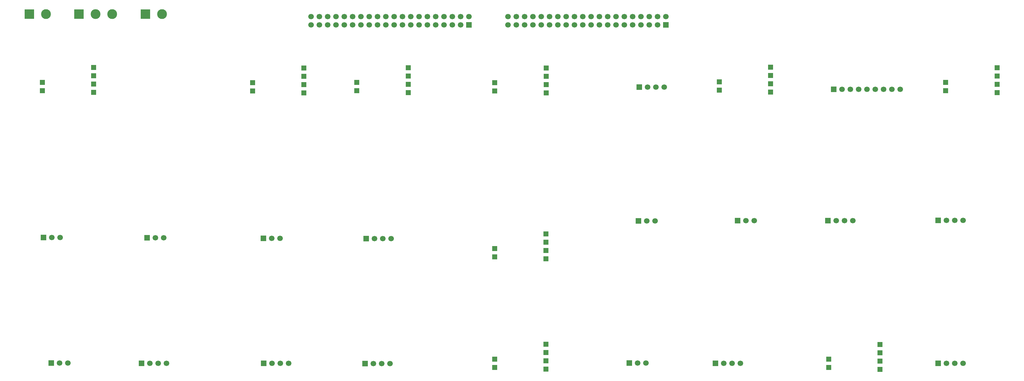
<source format=gbr>
%TF.GenerationSoftware,KiCad,Pcbnew,9.0.2*%
%TF.CreationDate,2025-07-01T18:23:21+02:00*%
%TF.ProjectId,lights,6c696768-7473-42e6-9b69-6361645f7063,rev?*%
%TF.SameCoordinates,Original*%
%TF.FileFunction,Soldermask,Bot*%
%TF.FilePolarity,Negative*%
%FSLAX46Y46*%
G04 Gerber Fmt 4.6, Leading zero omitted, Abs format (unit mm)*
G04 Created by KiCad (PCBNEW 9.0.2) date 2025-07-01 18:23:21*
%MOMM*%
%LPD*%
G01*
G04 APERTURE LIST*
%ADD10R,3.000000X3.000000*%
%ADD11C,3.000000*%
%ADD12R,1.700000X1.700000*%
%ADD13C,1.700000*%
%ADD14R,1.500000X1.500000*%
G04 APERTURE END LIST*
D10*
%TO.C,J22*%
X93575000Y-82250000D03*
D11*
X98655000Y-82250000D03*
%TD*%
D12*
%TO.C,J5*%
X64760000Y-189100000D03*
D13*
X67300000Y-189100000D03*
X69840000Y-189100000D03*
%TD*%
D14*
%TO.C,KR3*%
X142000000Y-98800000D03*
X142000000Y-101340000D03*
X142000000Y-103880000D03*
X142000000Y-106420000D03*
X126300000Y-103300000D03*
X126300000Y-105840000D03*
%TD*%
D12*
%TO.C,J15*%
X241500000Y-189100000D03*
D13*
X244040000Y-189100000D03*
X246580000Y-189100000D03*
%TD*%
D12*
%TO.C,J6*%
X92360000Y-189200000D03*
D13*
X94900000Y-189200000D03*
X97440000Y-189200000D03*
X99980000Y-189200000D03*
%TD*%
D14*
%TO.C,KR9*%
X284650000Y-98550000D03*
X284650000Y-101090000D03*
X284650000Y-103630000D03*
X284650000Y-106170000D03*
X268950000Y-103050000D03*
X268950000Y-105590000D03*
%TD*%
%TO.C,KR2*%
X353900000Y-98660000D03*
X353900000Y-101200000D03*
X353900000Y-103740000D03*
X353900000Y-106280000D03*
X338200000Y-103160000D03*
X338200000Y-105700000D03*
%TD*%
D12*
%TO.C,J2*%
X62360000Y-150700000D03*
D13*
X64900000Y-150700000D03*
X67440000Y-150700000D03*
%TD*%
D12*
%TO.C,J13*%
X303940000Y-105300000D03*
D13*
X306480000Y-105300000D03*
X309020000Y-105300000D03*
X311560000Y-105300000D03*
X314100000Y-105300000D03*
X316640000Y-105300000D03*
X319180000Y-105300000D03*
X321720000Y-105300000D03*
X324260000Y-105300000D03*
%TD*%
D14*
%TO.C,KR6*%
X216000000Y-183400000D03*
X216000000Y-185940000D03*
X216000000Y-188480000D03*
X216000000Y-191020000D03*
X200300000Y-187900000D03*
X200300000Y-190440000D03*
%TD*%
D12*
%TO.C,J17*%
X335890000Y-145400000D03*
D13*
X338430000Y-145400000D03*
X340970000Y-145400000D03*
X343510000Y-145400000D03*
%TD*%
D12*
%TO.C,J11*%
X244300000Y-145600000D03*
D13*
X246840000Y-145600000D03*
X249380000Y-145600000D03*
%TD*%
D14*
%TO.C,KR7*%
X216050000Y-98750000D03*
X216050000Y-101290000D03*
X216050000Y-103830000D03*
X216050000Y-106370000D03*
X200350000Y-103250000D03*
X200350000Y-105790000D03*
%TD*%
%TO.C,KR8*%
X318100000Y-183480000D03*
X318100000Y-186020000D03*
X318100000Y-188560000D03*
X318100000Y-191100000D03*
X302400000Y-187980000D03*
X302400000Y-190520000D03*
%TD*%
D12*
%TO.C,J18*%
X267760000Y-189200000D03*
D13*
X270300000Y-189200000D03*
X272840000Y-189200000D03*
X275380000Y-189200000D03*
%TD*%
D12*
%TO.C,J16*%
X302160000Y-145500000D03*
D13*
X304700000Y-145500000D03*
X307240000Y-145500000D03*
X309780000Y-145500000D03*
%TD*%
D12*
%TO.C,J12*%
X244560000Y-104600000D03*
D13*
X247100000Y-104600000D03*
X249640000Y-104600000D03*
X252180000Y-104600000D03*
%TD*%
D12*
%TO.C,J8*%
X161060000Y-151000000D03*
D13*
X163600000Y-151000000D03*
X166140000Y-151000000D03*
X168680000Y-151000000D03*
%TD*%
D14*
%TO.C,KR4*%
X216000000Y-149600000D03*
X216000000Y-152140000D03*
X216000000Y-154680000D03*
X216000000Y-157220000D03*
X200300000Y-154100000D03*
X200300000Y-156640000D03*
%TD*%
D12*
%TO.C,J9*%
X160690000Y-189300000D03*
D13*
X163230000Y-189300000D03*
X165770000Y-189300000D03*
X168310000Y-189300000D03*
%TD*%
D12*
%TO.C,J14*%
X274560000Y-145500000D03*
D13*
X277100000Y-145500000D03*
X279640000Y-145500000D03*
%TD*%
D12*
%TO.C,J19*%
X335890000Y-189200000D03*
D13*
X338430000Y-189200000D03*
X340970000Y-189200000D03*
X343510000Y-189200000D03*
%TD*%
D12*
%TO.C,J4*%
X129660000Y-150900000D03*
D13*
X132200000Y-150900000D03*
X134740000Y-150900000D03*
%TD*%
D12*
%TO.C,J7*%
X129690000Y-189200000D03*
D13*
X132230000Y-189200000D03*
X134770000Y-189200000D03*
X137310000Y-189200000D03*
%TD*%
D14*
%TO.C,KR1*%
X77750000Y-98650000D03*
X77750000Y-101190000D03*
X77750000Y-103730000D03*
X77750000Y-106270000D03*
X62050000Y-103150000D03*
X62050000Y-105690000D03*
%TD*%
D12*
%TO.C,J3*%
X94060000Y-150800000D03*
D13*
X96600000Y-150800000D03*
X99140000Y-150800000D03*
%TD*%
D14*
%TO.C,KR5*%
X173900000Y-98700000D03*
X173900000Y-101240000D03*
X173900000Y-103780000D03*
X173900000Y-106320000D03*
X158200000Y-103200000D03*
X158200000Y-105740000D03*
%TD*%
D10*
%TO.C,J20*%
X73200000Y-82300000D03*
D11*
X78280000Y-82300000D03*
X83360000Y-82300000D03*
%TD*%
D12*
%TO.C,J1*%
X252680000Y-85600000D03*
D13*
X252680000Y-83060000D03*
X250140000Y-85600000D03*
X250140000Y-83060000D03*
X247600000Y-85600000D03*
X247600000Y-83060000D03*
X245060000Y-85600000D03*
X245060000Y-83060000D03*
X242520000Y-85600000D03*
X242520000Y-83060000D03*
X239980000Y-85600000D03*
X239980000Y-83060000D03*
X237440000Y-85600000D03*
X237440000Y-83060000D03*
X234900000Y-85600000D03*
X234900000Y-83060000D03*
X232360000Y-85600000D03*
X232360000Y-83060000D03*
X229820000Y-85600000D03*
X229820000Y-83060000D03*
X227280000Y-85600000D03*
X227280000Y-83060000D03*
X224740000Y-85600000D03*
X224740000Y-83060000D03*
X222200000Y-85600000D03*
X222200000Y-83060000D03*
X219660000Y-85600000D03*
X219660000Y-83060000D03*
X217120000Y-85600000D03*
X217120000Y-83060000D03*
X214580000Y-85600000D03*
X214580000Y-83060000D03*
X212040000Y-85600000D03*
X212040000Y-83060000D03*
X209500000Y-85600000D03*
X209500000Y-83060000D03*
X206960000Y-85600000D03*
X206960000Y-83060000D03*
X204420000Y-85600000D03*
X204420000Y-83060000D03*
%TD*%
D12*
%TO.C,J10*%
X192480000Y-85600000D03*
D13*
X192480000Y-83060000D03*
X189940000Y-85600000D03*
X189940000Y-83060000D03*
X187400000Y-85600000D03*
X187400000Y-83060000D03*
X184860000Y-85600000D03*
X184860000Y-83060000D03*
X182320000Y-85600000D03*
X182320000Y-83060000D03*
X179780000Y-85600000D03*
X179780000Y-83060000D03*
X177240000Y-85600000D03*
X177240000Y-83060000D03*
X174700000Y-85600000D03*
X174700000Y-83060000D03*
X172160000Y-85600000D03*
X172160000Y-83060000D03*
X169620000Y-85600000D03*
X169620000Y-83060000D03*
X167080000Y-85600000D03*
X167080000Y-83060000D03*
X164540000Y-85600000D03*
X164540000Y-83060000D03*
X162000000Y-85600000D03*
X162000000Y-83060000D03*
X159460000Y-85600000D03*
X159460000Y-83060000D03*
X156920000Y-85600000D03*
X156920000Y-83060000D03*
X154380000Y-85600000D03*
X154380000Y-83060000D03*
X151840000Y-85600000D03*
X151840000Y-83060000D03*
X149300000Y-85600000D03*
X149300000Y-83060000D03*
X146760000Y-85600000D03*
X146760000Y-83060000D03*
X144220000Y-85600000D03*
X144220000Y-83060000D03*
%TD*%
D10*
%TO.C,J21*%
X58060000Y-82300000D03*
D11*
X63140000Y-82300000D03*
%TD*%
M02*

</source>
